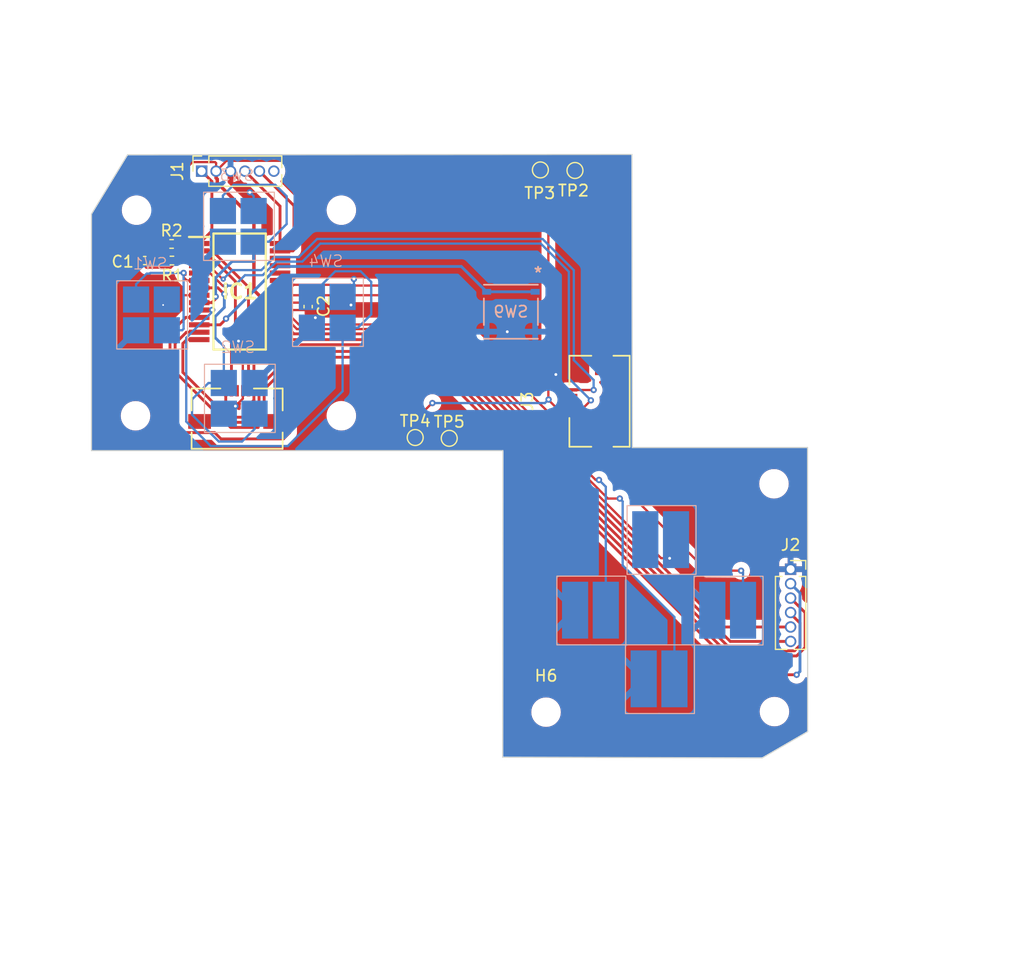
<source format=kicad_pcb>
(kicad_pcb (version 20221018) (generator pcbnew)
  (layers (0 "F.Cu" signal) (31 "B.Cu" power) (34 "B.Paste" user) (35 "F.Paste" user) (36 "B.SilkS" user "B.Silkscreen") (37 "F.SilkS" user "F.Silkscreen") (38 "B.Mask" user) (39 "F.Mask" user) (44 "Edge.Cuts" user))
  (net 0 "")
  (net 1 "GND")
  (net 2 "+3V3")
  (net 3 "/MCLR")
  (net 4 "/PGD")
  (net 5 "/PGC")
  (net 7 "/Z")
  (net 8 "/RT")
  (net 9 "/R")
  (net 10 "/LT")
  (net 11 "/L")
  (net 12 "/SY")
  (net 14 "/SX")
  (net 17 "/CY")
  (net 19 "/CX")
  (net 22 "/DL")
  (net 23 "/A")
  (net 24 "/B")
  (net 25 "/X")
  (net 26 "/Y")
  (net 27 "/S")
  (net 28 "/DU")
  (net 29 "/DD")
  (net 30 "/DR")
  (net 31 "Net-(C1-Pad1)")
  (net 32 "/D")
  (footprint "MountingHole:MountingHole_2.2mm_M2" (layer "F.Cu") (at 179.2 121.35)
    (fp_text reference "H8" hide)
    (fp_text value "MountingHole")
    (pad "" np_thru_hole circle (at 0 0) (size 2.2 2.2) (drill 2.2) (layers "*.Cu" "*.Mask"))
  )
  (footprint "Connector_PinSocket_1.27mm:PinSocket_1x06_P1.27mm_Vertical" (layer "F.Cu") (at 180.62 108.83)
    (fp_text reference "J2" (at 0 -2.135) (layer "F.SilkS"))
    (fp_text value "Conn_01x06")
    (fp_line (start -1.33 0.635) (end -1.33 7.045) (stroke (width 0.12)) (layer "F.SilkS"))
    (fp_line (start -1.33 0.635) (end -0.76 0.635) (stroke (width 0.12)) (layer "F.SilkS"))
    (fp_line (start -1.33 7.045) (end -0.30753 7.045) (stroke (width 0.12)) (layer "F.SilkS"))
    (fp_line (start 0 -0.76) (end 1.33 -0.76) (stroke (width 0.12)) (layer "F.SilkS"))
    (fp_line (start 0.30753 7.045) (end 1.33 7.045) (stroke (width 0.12)) (layer "F.SilkS"))
    (fp_line (start 0.76 0.635) (end 1.33 0.635) (stroke (width 0.12)) (layer "F.SilkS"))
    (fp_line (start 1.33 -0.76) (end 1.33 0) (stroke (width 0.12)) (layer "F.SilkS"))
    (fp_line (start 1.33 0.635) (end 1.33 7.045) (stroke (width 0.12)) (layer "F.SilkS"))
    (pad "1" thru_hole rect (at 0 0) (size 1 1) (drill 0.7) (layers "*.Cu" "*.Mask") (net 1 "GND"))
    (pad "2" thru_hole oval (at 0 1.27) (size 1 1) (drill 0.7) (layers "*.Cu" "*.Mask") (net 7 "/Z"))
    (pad "3" thru_hole oval (at 0 2.54) (size 1 1) (drill 0.7) (layers "*.Cu" "*.Mask") (net 8 "/RT"))
    (pad "4" thru_hole oval (at 0 3.81) (size 1 1) (drill 0.7) (layers "*.Cu" "*.Mask") (net 9 "/R"))
    (pad "5" thru_hole oval (at 0 5.08) (size 1 1) (drill 0.7) (layers "*.Cu" "*.Mask") (net 10 "/LT"))
    (pad "6" thru_hole oval (at 0 6.35) (size 1 1) (drill 0.7) (layers "*.Cu" "*.Mask") (net 11 "/L"))
  )
  (footprint "footprints:CON_5051100592_MOL" (layer "F.Cu") (at 163.83 94.06 90)
    (fp_text reference "J3" (at 0 -6.35 90 unlocked) (layer "F.SilkS"))
    (fp_text value "Left Stick")
    (fp_line (start -3.999992 -2.65) (end -3.999992 -0.72004) (stroke (width 0.1524)) (layer "F.SilkS"))
    (fp_line (start -3.999992 1.220039) (end -3.999992 2.65) (stroke (width 0.1524)) (layer "F.SilkS"))
    (fp_line (start -3.999992 2.65) (end 3.999992 2.65) (stroke (width 0.1524)) (layer "F.SilkS"))
    (fp_line (start -1.470041 -2.65) (end -3.999992 -2.65) (stroke (width 0.1524)) (layer "F.SilkS"))
    (fp_line (start 3.999992 -2.65) (end 1.470041 -2.65) (stroke (width 0.1524)) (layer "F.SilkS"))
    (fp_line (start 3.999992 -0.72004) (end 3.999992 -2.65) (stroke (width 0.1524)) (layer "F.SilkS"))
    (fp_line (start 3.999992 2.65) (end 3.999992 1.220039) (stroke (width 0.1524)) (layer "F.SilkS"))
    (pad "1" smd rect (at -1.000001 -2.45 90) (size 0.3 1) (layers "F.Cu" "F.Paste" "F.Mask") (net 2 "+3V3"))
    (pad "2" smd rect (at -0.499999 -2.45 90) (size 0.3 1) (layers "F.Cu" "F.Paste" "F.Mask") (net 12 "/SY"))
    (pad "3" smd rect (at 0 -2.45 90) (size 0.3 1) (layers "F.Cu" "F.Paste" "F.Mask"))
    (pad "4" smd rect (at 0.499999 -2.45 90) (size 0.3 1) (layers "F.Cu" "F.Paste" "F.Mask") (net 1 "GND"))
    (pad "5" smd rect (at 1.000001 -2.45 90) (size 0.3 1) (layers "F.Cu" "F.Paste" "F.Mask") (net 14 "/SX"))
    (pad "P1" smd rect (at -3.299998 0.249999 90) (size 2 1.3) (layers "F.Cu" "F.Paste" "F.Mask"))
    (pad "P2" smd rect (at 3.299998 0.249999 90) (size 2 1.3) (layers "F.Cu" "F.Paste" "F.Mask"))
  )
  (footprint "MountingHole:MountingHole_2.2mm_M2" (layer "F.Cu") (at 123.14 77.26)
    (fp_text reference "H5" hide)
    (fp_text value "MountingHole")
    (pad "" np_thru_hole circle (at 0 0) (size 2.2 2.2) (drill 2.2) (layers "*.Cu" "*.Mask"))
  )
  (footprint "TestPoint:TestPoint_Pad_D1.0mm" (layer "F.Cu") (at 147.63 97.25)
    (fp_text reference "TP4" (at 0 -1.448) (layer "F.SilkS"))
    (fp_text value "3v3")
    (fp_circle (center 0 0) (end 0 0.7) (stroke (width 0.12)) (fill none) (layer "F.SilkS"))
    (pad "1" smd circle (at 0 0) (size 1 1) (layers "F.Cu" "F.Mask") (net 2 "+3V3"))
  )
  (footprint "MountingHole:MountingHole_2.2mm_M2" (layer "F.Cu") (at 141.14 95.34)
    (fp_text reference "H1" hide)
    (fp_text value "MountingHole")
    (pad "" np_thru_hole circle (at 0 0) (size 2.2 2.2) (drill 2.2) (layers "*.Cu" "*.Mask"))
  )
  (footprint "Capacitor_SMD:C_0402_1005Metric" (layer "F.Cu") (at 123.86 81.69)
    (fp_text reference "C1" (at -1.94 0.098) (layer "F.SilkS"))
    (fp_text value "0.1uF")
    (fp_line (start -0.107836 -0.36) (end 0.107836 -0.36) (stroke (width 0.12)) (layer "F.SilkS"))
    (fp_line (start -0.107836 0.36) (end 0.107836 0.36) (stroke (width 0.12)) (layer "F.SilkS"))
    (pad "1" smd roundrect (at -0.48 0) (size 0.56 0.62) (layers "F.Cu" "F.Paste" "F.Mask") (net 31 "Net-(C1-Pad1)"))
    (pad "2" smd roundrect (at 0.48 0) (size 0.56 0.62) (layers "F.Cu" "F.Paste" "F.Mask") (net 1 "GND"))
  )
  (footprint "GCPlus:SOP65P780X200-28N" (layer "F.Cu") (at 132.2 84.415)
    (fp_text reference "IC1" (at 0 0) (layer "F.SilkS") (effects (font (size 1.27 1.27) (thickness 0.254))))
    (fp_text value "PIC18F25K42-I_SS" hide)
    (fp_line (start -4.45 -4.8) (end -2.65 -4.8) (stroke (width 0.2)) (layer "F.SilkS"))
    (fp_line (start -2.3 -5.1) (end 2.3 -5.1) (stroke (width 0.2)) (layer "F.SilkS"))
    (fp_line (start -2.3 5.1) (end -2.3 -5.1) (stroke (width 0.2)) (layer "F.SilkS"))
    (fp_line (start 2.3 -5.1) (end 2.3 5.1) (stroke (width 0.2)) (layer "F.SilkS"))
    (fp_line (start 2.3 5.1) (end -2.3 5.1) (stroke (width 0.2)) (layer "F.SilkS"))
    (pad "1" smd rect (at -3.55 -4.225 90) (size 0.45 1.8) (layers "F.Cu" "F.Paste" "F.Mask") (net 3 "/MCLR"))
    (pad "2" smd rect (at -3.55 -3.575 90) (size 0.45 1.8) (layers "F.Cu" "F.Paste" "F.Mask") (net 19 "/CX"))
    (pad "3" smd rect (at -3.55 -2.925 90) (size 0.45 1.8) (layers "F.Cu" "F.Paste" "F.Mask") (net 17 "/CY"))
    (pad "4" smd rect (at -3.55 -2.275 90) (size 0.45 1.8) (layers "F.Cu" "F.Paste" "F.Mask") (net 14 "/SX"))
    (pad "5" smd rect (at -3.55 -1.625 90) (size 0.45 1.8) (layers "F.Cu" "F.Paste" "F.Mask") (net 12 "/SY"))
    (pad "6" smd rect (at -3.55 -0.975 90) (size 0.45 1.8) (layers "F.Cu" "F.Paste" "F.Mask") (net 23 "/A"))
    (pad "7" smd rect (at -3.55 -0.325 90) (size 0.45 1.8) (layers "F.Cu" "F.Paste" "F.Mask") (net 24 "/B"))
    (pad "8" smd rect (at -3.55 0.325 90) (size 0.45 1.8) (layers "F.Cu" "F.Paste" "F.Mask") (net 1 "GND"))
    (pad "9" smd rect (at -3.55 0.975 90) (size 0.45 1.8) (layers "F.Cu" "F.Paste" "F.Mask") (net 25 "/X"))
    (pad "10" smd rect (at -3.55 1.625 90) (size 0.45 1.8) (layers "F.Cu" "F.Paste" "F.Mask") (net 26 "/Y"))
    (pad "11" smd rect (at -3.55 2.275 90) (size 0.45 1.8) (layers "F.Cu" "F.Paste" "F.Mask") (net 7 "/Z"))
    (pad "12" smd rect (at -3.55 2.925 90) (size 0.45 1.8) (layers "F.Cu" "F.Paste" "F.Mask") (net 27 "/S"))
    (pad "13" smd rect (at -3.55 3.575 90) (size 0.45 1.8) (layers "F.Cu" "F.Paste" "F.Mask") (net 8 "/RT"))
    (pad "14" smd rect (at -3.55 4.225 90) (size 0.45 1.8) (layers "F.Cu" "F.Paste" "F.Mask") (net 9 "/R"))
    (pad "15" smd rect (at 3.55 4.225 90) (size 0.45 1.8) (layers "F.Cu" "F.Paste" "F.Mask") (net 11 "/L"))
    (pad "16" smd rect (at 3.55 3.575 90) (size 0.45 1.8) (layers "F.Cu" "F.Paste" "F.Mask") (net 10 "/LT"))
    (pad "17" smd rect (at 3.55 2.925 90) (size 0.45 1.8) (layers "F.Cu" "F.Paste" "F.Mask") (net 28 "/DU"))
    (pad "18" smd rect (at 3.55 2.275 90) (size 0.45 1.8) (layers "F.Cu" "F.Paste" "F.Mask") (net 29 "/DD"))
    (pad "19" smd rect (at 3.55 1.625 90) (size 0.45 1.8) (layers "F.Cu" "F.Paste" "F.Mask") (net 1 "GND"))
    (pad "20" smd rect (at 3.55 0.975 90) (size 0.45 1.8) (layers "F.Cu" "F.Paste" "F.Mask") (net 2 "+3V3"))
    (pad "21" smd rect (at 3.55 0.325 90) (size 0.45 1.8) (layers "F.Cu" "F.Paste" "F.Mask") (net 30 "/DR"))
    (pad "22" smd rect (at 3.55 -0.325 90) (size 0.45 1.8) (layers "F.Cu" "F.Paste" "F.Mask") (net 22 "/DL"))
    (pad "23" smd rect (at 3.55 -0.975 90) (size 0.45 1.8) (layers "F.Cu" "F.Paste" "F.Mask") (net 32 "/D"))
    (pad "24" smd rect (at 3.55 -1.625 90) (size 0.45 1.8) (layers "F.Cu" "F.Paste" "F.Mask"))
    (pad "25" smd rect (at 3.55 -2.275 90) (size 0.45 1.8) (layers "F.Cu" "F.Paste" "F.Mask"))
    (pad "26" smd rect (at 3.55 -2.925 90) (size 0.45 1.8) (layers "F.Cu" "F.Paste" "F.Mask"))
    (pad "27" smd rect (at 3.55 -3.575 90) (size 0.45 1.8) (layers "F.Cu" "F.Paste" "F.Mask") (net 5 "/PGC"))
    (pad "28" smd rect (at 3.55 -4.225 90) (size 0.45 1.8) (layers "F.Cu" "F.Paste" "F.Mask") (net 4 "/PGD"))
  )
  (footprint "MountingHole:MountingHole_2.2mm_M2" (layer "F.Cu") (at 179.16 101.32)
    (fp_text reference "H7" hide)
    (fp_text value "MountingHole")
    (pad "" np_thru_hole circle (at 0 0) (size 2.2 2.2) (drill 2.2) (layers "*.Cu" "*.Mask"))
  )
  (footprint "MountingHole:MountingHole_2.2mm_M2" (layer "F.Cu") (at 159.13 121.4)
    (fp_text reference "H6" (at 0 -3.2) (layer "F.SilkS"))
    (fp_text value "MountingHole")
    (pad "" np_thru_hole circle (at 0 0) (size 2.2 2.2) (drill 2.2) (layers "*.Cu" "*.Mask"))
  )
  (footprint "Resistor_SMD:R_0402_1005Metric" (layer "F.Cu") (at 126.25 81.69)
    (fp_text reference "R1" (at 0.04 1.32) (layer "F.SilkS"))
    (fp_text value "10k")
    (fp_line (start -0.153641 -0.38) (end 0.153641 -0.38) (stroke (width 0.12)) (layer "F.SilkS"))
    (fp_line (start -0.153641 0.38) (end 0.153641 0.38) (stroke (width 0.12)) (layer "F.SilkS"))
    (pad "1" smd roundrect (at -0.51 0) (size 0.54 0.64) (layers "F.Cu" "F.Paste" "F.Mask") (net 2 "+3V3"))
    (pad "2" smd roundrect (at 0.51 0) (size 0.54 0.64) (layers "F.Cu" "F.Paste" "F.Mask") (net 31 "Net-(C1-Pad1)"))
  )
  (footprint "TestPoint:TestPoint_Pad_D1.0mm" (layer "F.Cu") (at 161.67 73.77)
    (fp_text reference "TP2" (at -0.13 1.77) (layer "F.SilkS"))
    (fp_text value "3v3")
    (fp_circle (center 0 0) (end 0 0.7) (stroke (width 0.12)) (fill none) (layer "F.SilkS"))
    (pad "1" smd circle (at 0 0) (size 1 1) (layers "F.Cu" "F.Mask") (net 2 "+3V3"))
  )
  (footprint "MountingHole:MountingHole_2.2mm_M2" (layer "F.Cu") (at 141.14 77.26)
    (fp_text reference "H3" hide)
    (fp_text value "MountingHole")
    (pad "" np_thru_hole circle (at 0 0) (size 2.2 2.2) (drill 2.2) (layers "*.Cu" "*.Mask"))
  )
  (footprint "Capacitor_SMD:C_0402_1005Metric" (layer "F.Cu") (at 138.22 85.74 90)
    (fp_text reference "C2" (at 0.04 1.36 90) (layer "F.SilkS"))
    (fp_text value "0.1uf")
    (fp_line (start -0.107836 -0.36) (end 0.107836 -0.36) (stroke (width 0.12)) (layer "F.SilkS"))
    (fp_line (start -0.107836 0.36) (end 0.107836 0.36) (stroke (width 0.12)) (layer "F.SilkS"))
    (pad "1" smd roundrect (at -0.48 0 90) (size 0.56 0.62) (layers "F.Cu" "F.Paste" "F.Mask") (net 1 "GND"))
    (pad "2" smd roundrect (at 0.48 0 90) (size 0.56 0.62) (layers "F.Cu" "F.Paste" "F.Mask") (net 2 "+3V3"))
  )
  (footprint "Connector_PinSocket_1.27mm:PinSocket_1x06_P1.27mm_Vertical" (layer "F.Cu") (at 128.86 73.83 90)
    (fp_text reference "J1" (at 0 -2.135 90) (layer "F.SilkS"))
    (fp_text value "Conn_01x06")
    (fp_line (start -1.33 0.635) (end -1.33 7.045) (stroke (width 0.12)) (layer "F.SilkS"))
    (fp_line (start -1.33 0.635) (end -0.76 0.635) (stroke (width 0.12)) (layer "F.SilkS"))
    (fp_line (start -1.33 7.045) (end -0.30753 7.045) (stroke (width 0.12)) (layer "F.SilkS"))
    (fp_line (start 0 -0.76) (end 1.33 -0.76) (stroke (width 0.12)) (layer "F.SilkS"))
    (fp_line (start 0.30753 7.045) (end 1.33 7.045) (stroke (width 0.12)) (layer "F.SilkS"))
    (fp_line (start 0.76 0.635) (end 1.33 0.635) (stroke (width 0.12)) (layer "F.SilkS"))
    (fp_line (start 1.33 -0.76) (end 1.33 0) (stroke (width 0.12)) (layer "F.SilkS"))
    (fp_line (start 1.33 0.635) (end 1.33 7.045) (stroke (width 0.12)) (layer "F.SilkS"))
    (pad "1" thru_hole rect (at 0 0 90) (size 1 1) (drill 0.7) (layers "*.Cu" "*.Mask") (net 3 "/MCLR"))
    (pad "2" thru_hole oval (at 0 1.27 90) (size 1 1) (drill 0.7) (layers "*.Cu" "*.Mask") (net 2 "+3V3"))
    (pad "3" thru_hole oval (at 0 2.54 90) (size 1 1) (drill 0.7) (layers "*.Cu" "*.Mask") (net 1 "GND"))
    (pad "4" thru_hole oval (at 0 3.81 90) (size 1 1) (drill 0.7) (layers "*.Cu" "*.Mask") (net 4 "/PGD"))
    (pad "5" thru_hole oval (at 0 5.08 90) (size 1 1) (drill 0.7) (layers "*.Cu" "*.Mask") (net 5 "/PGC"))
    (pad "6" thru_hole oval (at 0 6.35 90) (size 1 1) (drill 0.7) (layers "*.Cu" "*.Mask"))
  )
  (footprint "MountingHole:MountingHole_2.2mm_M2" (layer "F.Cu") (at 123.05 95.34)
    (fp_text reference "H2" hide)
    (fp_text value "MountingHole")
    (pad "" np_thru_hole circle (at 0 0) (size 2.2 2.2) (drill 2.2) (layers "*.Cu" "*.Mask"))
  )
  (footprint "TestPoint:TestPoint_Pad_D1.0mm" (layer "F.Cu") (at 150.62 97.32)
    (fp_text reference "TP5" (at 0 -1.448) (layer "F.SilkS"))
    (fp_text value "Gnd")
    (fp_circle (center 0 0) (end 0 0.7) (stroke (width 0.12)) (fill none) (layer "F.SilkS"))
    (pad "1" smd circle (at 0 0) (size 1 1) (layers "F.Cu" "F.Mask") (net 1 "GND"))
  )
  (footprint "TestPoint:TestPoint_Pad_D1.0mm" (layer "F.Cu") (at 158.63 73.72)
    (fp_text reference "TP3" (at -0.05 2.04) (layer "F.SilkS"))
    (fp_text value "Gnd")
    (fp_circle (center 0 0) (end 0 0.7) (stroke (width 0.12)) (fill none) (layer "F.SilkS"))
    (pad "1" smd circle (at 0 0) (size 1 1) (layers "F.Cu" "F.Mask") (net 1 "GND"))
  )
  (footprint "footprints:CON_5051100592_MOL" (layer "F.Cu") (at 131.98 95.59)
    (fp_text reference "J4" hide)
    (fp_text value "Right Stick")
    (fp_line (start -3.999992 -2.65) (end -3.999992 -0.72004) (stroke (width 0.1524)) (layer "F.SilkS"))
    (fp_line (start -3.999992 1.220039) (end -3.999992 2.65) (stroke (width 0.1524)) (layer "F.SilkS"))
    (fp_line (start -3.999992 2.65) (end 3.999992 2.65) (stroke (width 0.1524)) (layer "F.SilkS"))
    (fp_line (start -1.470041 -2.65) (end -3.999992 -2.65) (stroke (width 0.1524)) (layer "F.SilkS"))
    (fp_line (start 3.999992 -2.65) (end 1.470041 -2.65) (stroke (width 0.1524)) (layer "F.SilkS"))
    (fp_line (start 3.999992 -0.72004) (end 3.999992 -2.65) (stroke (width 0.1524)) (layer "F.SilkS"))
    (fp_line (start 3.999992 2.65) (end 3.999992 1.220039) (stroke (width 0.1524)) (layer "F.SilkS"))
    (pad "1" smd rect (at -1.000001 -2.45) (size 0.3 1) (layers "F.Cu" "F.Paste" "F.Mask") (net 2 "+3V3"))
    (pad "2" smd rect (at -0.499999 -2.45) (size 0.3 1) (layers "F.Cu" "F.Paste" "F.Mask") (net 17 "/CY"))
    (pad "3" smd rect (at 0 -2.45) (size 0.3 1) (layers "F.Cu" "F.Paste" "F.Mask"))
    (pad "4" smd rect (at 0.499999 -2.45) (size 0.3 1) (layers "F.Cu" "F.Paste" "F.Mask") (net 1 "GND"))
    (pad "5" smd rect (at 1.000001 -2.45) (size 0.3 1) (layers "F.Cu" "F.Paste" "F.Mask") (net 19 "/CX"))
    (pad "P1" smd rect (at -3.299998 0.249999) (size 2 1.3) (layers "F.Cu" "F.Paste" "F.Mask"))
    (pad "P2" smd rect (at 3.299998 0.249999) (size 2 1.3) (layers "F.Cu" "F.Paste" "F.Mask"))
  )
  (footprint "Resistor_SMD:R_0402_1005Metric" (layer "F.Cu") (at 126.22 80.23)
    (fp_text reference "R2" (at 0 -1.17) (layer "F.SilkS"))
    (fp_text value "1000Ohm")
    (fp_line (start -0.153641 -0.38) (end 0.153641 -0.38) (stroke (width 0.12)) (layer "F.SilkS"))
    (fp_line (start -0.153641 0.38) (end 0.153641 0.38) (stroke (width 0.12)) (layer "F.SilkS"))
    (pad "1" smd roundrect (at -0.51 0) (size 0.54 0.64) (layers "F.Cu" "F.Paste" "F.Mask") (net 31 "Net-(C1-Pad1)"))
    (pad "2" smd roundrect (at 0.51 0) (size 0.54 0.64) (layers "F.Cu" "F.Paste" "F.Mask") (net 3 "/MCLR"))
  )
  (footprint "footprints:ABXY" (layer "B.Cu") (at 133.51 92.456 180)
    (fp_text reference "SW2" (at 1.47 3.15 unlocked) (layer "B.SilkS") (effects (font (thickness 0.1)) (justify mirror)))
    (fp_text value "RKA2SGG055SMTR LFS" hide)
    (fp_rect (start -1.82 1.65) (end 4.4 -4.35) (stroke (width 0.1)) (fill none) (layer "B.SilkS"))
    (pad "1" smd rect (at 2.7 0 180) (size 2.3 2.3) (layers "B.Cu" "B.Paste" "B.Mask") (net 24 "/B"))
    (pad "2" smd rect (at 0 -2.7 180) (size 2.3 2.3) (layers "B.Cu" "B.Paste" "B.Mask") (net 24 "/B"))
    (pad "3" smd rect (at 0 0 180) (size 2.3 2.3) (layers "B.Cu" "B.Paste" "B.Mask") (net 1 "GND"))
    (pad "4" smd rect (at 2.7 -2.7 180) (size 2.3 2.3) (layers "B.Cu" "B.Paste" "B.Mask") (net 1 "GND"))
  )
  (footprint "GCPlus:DPAD" (layer "B.Cu") (at 164.38 112.43 180)
    (fp_text reference "SW6" hide)
    (fp_text value "RKA2SGG055SMTR LFS" hide)
    (fp_rect (start -1.76 2.99) (end 4.3 -3.05) (stroke (width 0.1)) (fill none) (layer "B.SilkS"))
    (pad "1" smd rect (at 0 0 180) (size 2.3 5) (layers "B.Cu" "B.Paste" "B.Mask") (net 30 "/DR"))
    (pad "3" smd rect (at 2.7 0 180) (size 2.3 5) (layers "B.Cu" "B.Paste" "B.Mask") (net 1 "GND"))
  )
  (footprint "footprints:ABXY" (layer "B.Cu") (at 125.8 85.12 180)
    (fp_text reference "SW1" (at 1.47 3.15 unlocked) (layer "B.SilkS") (effects (font (thickness 0.1)) (justify mirror)))
    (fp_text value "RKA2SGG055SMTR LFS" hide)
    (fp_rect (start -1.82 1.65) (end 4.4 -4.35) (stroke (width 0.1)) (fill none) (layer "B.SilkS"))
    (pad "1" smd rect (at 2.7 0 180) (size 2.3 2.3) (layers "B.Cu" "B.Paste" "B.Mask") (net 23 "/A"))
    (pad "2" smd rect (at 0 -2.7 180) (size 2.3 2.3) (layers "B.Cu" "B.Paste" "B.Mask") (net 23 "/A"))
    (pad "3" smd rect (at 0 0 180) (size 2.3 2.3) (layers "B.Cu" "B.Paste" "B.Mask") (net 1 "GND"))
    (pad "4" smd rect (at 2.7 -2.7 180) (size 2.3 2.3) (layers "B.Cu" "B.Paste" "B.Mask") (net 1 "GND"))
  )
  (footprint "GCPlus:DPAD" (layer "B.Cu") (at 176.44 112.44 180)
    (fp_text reference "SW5" hide)
    (fp_text value "RKA2SGG055SMTR LFS" hide)
    (fp_rect (start -1.76 2.99) (end 4.3 -3.05) (stroke (width 0.1)) (fill none) (layer "B.SilkS"))
    (pad "1" smd rect (at 0 0 180) (size 2.3 5) (layers "B.Cu" "B.Paste" "B.Mask") (net 22 "/DL"))
    (pad "3" smd rect (at 2.7 0 180) (size 2.3 5) (layers "B.Cu" "B.Paste" "B.Mask") (net 1 "GND"))
  )
  (footprint "footprints:ABXY" (layer "B.Cu") (at 141.25 84.89 180)
    (fp_text reference "SW4" (at 1.47 3.15 unlocked) (layer "B.SilkS") (effects (font (thickness 0.1)) (justify mirror)))
    (fp_text value "RKA2SGG055SMTR LFS" hide)
    (fp_rect (start -1.82 1.65) (end 4.4 -4.35) (stroke (width 0.1)) (fill none) (layer "B.SilkS"))
    (pad "1" smd rect (at 2.7 0 180) (size 2.3 2.3) (layers "B.Cu" "B.Paste" "B.Mask") (net 26 "/Y"))
    (pad "2" smd rect (at 0 -2.7 180) (size 2.3 2.3) (layers "B.Cu" "B.Paste" "B.Mask") (net 26 "/Y"))
    (pad "3" smd rect (at 0 0 180) (size 2.3 2.3) (layers "B.Cu" "B.Paste" "B.Mask") (net 1 "GND"))
    (pad "4" smd rect (at 2.7 -2.7 180) (size 2.3 2.3) (layers "B.Cu" "B.Paste" "B.Mask") (net 1 "GND"))
  )
  (footprint "footprints:ABXY" (layer "B.Cu") (at 133.43 77.33 180)
    (fp_text reference "SW3" (at 1.47 3.15 unlocked) (layer "B.SilkS") (effects (font (thickness 0.1)) (justify mirror)))
    (fp_text value "RKA2SGG055SMTR LFS" hide)
    (fp_rect (start -1.82 1.65) (end 4.4 -4.35) (stroke (width 0.1)) (fill none) (layer "B.SilkS"))
    (pad "1" smd rect (at 2.7 0 180) (size 2.3 2.3) (layers "B.Cu" "B.Paste" "B.Mask") (net 25 "/X"))
    (pad "2" smd rect (at 0 -2.7 180) (size 2.3 2.3) (layers "B.Cu" "B.Paste" "B.Mask") (net 25 "/X"))
    (pad "3" smd rect (at 0 0 180) (size 2.3 2.3) (layers "B.Cu" "B.Paste" "B.Mask") (net 1 "GND"))
    (pad "4" smd rect (at 2.7 -2.7 180) (size 2.3 2.3) (layers "B.Cu" "B.Paste" "B.Mask") (net 1 "GND"))
  )
  (footprint "GCPlus:RKA2SG_CNK-L" (layer "B.Cu") (at 156.04 86.19 180)
    (fp_text reference "SW9" (at 0 0 unlocked) (layer "B.SilkS") (effects (justify mirror)))
    (fp_text value "RKA2SGG055SMTR LFS")
    (fp_text user "*" (at -2.3876 3.4036 unlocked) (layer "B.SilkS") (effects (justify mirror)))
    (fp_text user "*" (at -2.3876 3.4036 unlocked) (layer "B.SilkS") (effects (justify mirror)))
    (fp_line (start -2.3749 -2.3749) (end 2.3749 -2.3749) (stroke (width 0.1524)) (layer "B.SilkS"))
    (fp_line (start -2.3749 1.16586) (end -2.3749 -1.16586) (stroke (width 0.1524)) (layer "B.SilkS"))
    (fp_line (start 2.3749 -1.16586) (end 2.3749 1.16586) (stroke (width 0.1524)) (layer "B.SilkS"))
    (fp_line (start 2.3749 2.3749) (end -2.3749 2.3749) (stroke (width 0.1524)) (layer "B.SilkS"))
    (pad "1" smd rect (at -2.1336 1.7526 180) (size 0.7874 0.508) (layers "B.Cu" "B.Paste" "B.Mask") (net 27 "/S"))
    (pad "2" smd rect (at 2.1336 1.7526 180) (size 0.7874 0.508) (layers "B.Cu" "B.Paste" "B.Mask") (net 27 "/S"))
    (pad "3" smd rect (at -2.1336 -1.7526 180) (size 0.7874 0.508) (layers "B.Cu" "B.Paste" "B.Mask") (net 1 "GND"))
    (pad "4" smd rect (at 2.1336 -1.7526 180) (size 0.7874 0.508) (layers "B.Cu" "B.Paste" "B.Mask") (net 1 "GND"))
  )
  (footprint "GCPlus:DPAD" (layer "B.Cu") (at 170.55 106.23 180)
    (fp_text reference "SW8" hide)
    (fp_text value "RKA2SGG055SMTR LFS" hide)
    (fp_rect (start -1.76 2.99) (end 4.3 -3.05) (stroke (width 0.1)) (fill none) (layer "B.SilkS"))
    (pad "1" smd rect (at 0 0 180) (size 2.3 5) (layers "B.Cu" "B.Paste" "B.Mask") (net 28 "/DU"))
    (pad "3" smd rect (at 2.7 0 180) (size 2.3 5) (layers "B.Cu" "B.Paste" "B.Mask") (net 1 "GND"))
  )
  (footprint "GCPlus:DPAD" (layer "B.Cu") (at 170.41 118.47 180)
    (fp_text reference "SW7" hide)
    (fp_text value "RKA2SGG055SMTR LFS" hide)
    (fp_rect (start -1.76 2.99) (end 4.3 -3.05) (stroke (width 0.1)) (fill none) (layer "B.SilkS"))
    (pad "1" smd rect (at 0 0 180) (size 2.3 5) (layers "B.Cu" "B.Paste" "B.Mask") (net 29 "/DD"))
    (pad "3" smd rect (at 2.7 0 180) (size 2.3 5) (layers "B.Cu" "B.Paste" "B.Mask") (net 1 "GND"))
  )
  (gr_line (start 119.18 98.4) (end 119.18 77.6) (stroke (width 0.1)) (layer "Edge.Cuts"))
  (gr_line (start 182.12 123.11) (end 178.13 125.42) (stroke (width 0.1)) (layer "Edge.Cuts"))
  (gr_line (start 119.18 77.6) (end 122.35 72.39) (stroke (width 0.1)) (layer "Edge.Cuts"))
  (gr_line (start 178.13 125.42) (end 155.32 125.36) (stroke (width 0.1)) (layer "Edge.Cuts"))
  (gr_line (start 166.71 98.13) (end 182.11 98.13) (stroke (width 0.1)) (layer "Edge.Cuts"))
  (gr_line (start 155.32 125.36) (end 155.34 98.4) (stroke (width 0.1)) (layer "Edge.Cuts"))
  (gr_line (start 155.34 98.4) (end 119.18 98.4) (stroke (width 0.1)) (layer "Edge.Cuts"))
  (gr_line (start 122.35 72.39) (end 166.68 72.36) (stroke (width 0.1)) (layer "Edge.Cuts"))
  (gr_line (start 182.11 98.13) (end 182.12 123.11) (stroke (width 0.1)) (layer "Edge.Cuts"))
  (gr_line (start 166.68 72.36) (end 166.71 98.13) (stroke (width 0.1)) (layer "Edge.Cuts"))
  (segment (start 126.334 84.74) (end 125.476 85.598) (width 0.2) (layer "F.Cu") (net 1))
  (segment (start 133.096 75.692) (end 133.096 75.526) (width 0.2) (layer "F.Cu") (net 1))
  (segment (start 138.854766 86.715) (end 138.804766 86.765) (width 0.2) (layer "F.Cu") (net 1))
  (segment (start 158.63 73.72) (end 158.63 85) (width 0.2) (layer "F.Cu") (net 1))
  (segment (start 160 93.099999) (end 160 91.72) (width 0.2) (layer "F.Cu") (net 1))
  (segment (start 160 91.72) (end 159.99 91.71) (width 0.2) (layer "F.Cu") (net 1))
  (segment (start 138.22 86.22) (end 138.04 86.04) (width 0.2) (layer "F.Cu") (net 1))
  (segment (start 128.65 84.74) (end 126.334 84.74) (width 0.2) (layer "F.Cu") (net 1))
  (segment (start 155.72 87.95) (end 155.68 87.95) (width 0.2) (layer "F.Cu") (net 1))
  (segment (start 132.479999 90.429999) (end 132.1 90.05) (width 0.2) (layer "F.Cu") (net 1))
  (segment (start 159.99 91.71) (end 160 91.7) (width 0.2) (layer "F.Cu") (net 1))
  (segment (start 158.63 85) (end 155.72 87.91) (width 0.2) (layer "F.Cu") (net 1))
  (segment (start 155.68 87.95) (end 155.69 87.94) (width 0.2) (layer "F.Cu") (net 1))
  (segment (start 160.460002 93.560001) (end 160 93.099999) (width 0.2) (layer "F.Cu") (net 1))
  (segment (start 138.22 86.22) (end 138.765 86.765) (width 0.2) (layer "F.Cu") (net 1))
  (segment (start 126.286 84.788) (end 126.334 84.74) (width 0.2) (layer "F.Cu") (net 1))
  (segment (start 138.22 86.22) (end 141.364 86.22) (width 0.2) (layer "F.Cu") (net 1))
  (segment (start 132.479999 93.14) (end 132.479999 90.429999) (width 0.2) (layer "F.Cu") (net 1))
  (segment (start 155.72 87.91) (end 155.72 87.95) (width 0.2) (layer "F.Cu") (net 1))
  (segment (start 160 91.7) (end 160 91.69) (width 0.2) (layer "F.Cu") (net 1))
  (segment (start 138.854766 86.715) (end 138.815 86.715) (width 0.2) (layer "F.Cu") (net 1))
  (segment (start 141.364 86.22) (end 141.986 85.598) (width 0.2) (layer "F.Cu") (net 1))
  (segment (start 138.04 86.04) (end 135.75 86.04) (width 0.2) (layer "F.Cu") (net 1))
  (segment (start 132.479999 93.834001) (end 131.826 94.488) (width 0.2) (layer "F.Cu") (net 1))
  (segment (start 138.804766 86.765) (end 138.765 86.765) (width 0.2) (layer "F.Cu") (net 1))
  (segment (start 161.21 93.560001) (end 160.460002 93.560001) (width 0.2) (layer "F.Cu") (net 1))
  (segment (start 132.1 90.05) (end 132.1 88.77) (width 0.2) (layer "F.Cu") (net 1))
  (segment (start 132.479999 93.14) (end 132.479999 93.834001) (width 0.2) (layer "F.Cu") (net 1))
  (segment (start 133.096 75.526) (end 131.4 73.83) (width 0.2) (layer "F.Cu") (net 1))
  (segment (start 138.815 86.715) (end 138.765 86.765) (width 0.2) (layer "F.Cu") (net 1))
  (via (at 141.986 85.598) (size 0.55) (drill 0.25) (layers "F.Cu" "B.Cu") (net 1))
  (via (at 125.476 85.598) (size 0.3) (drill 0.15) (layers "F.Cu" "B.Cu") (net 1))
  (via (at 132.1 88.77) (size 0.55) (drill 0.25) (layers "F.Cu" "B.Cu") (net 1))
  (via (at 142.24 83.312) (size 0.55) (drill 0.25) (layers "F.Cu" "B.Cu") (net 1))
  (via (at 133.096 75.692) (size 0.55) (drill 0.25) (layers "F.Cu" "B.Cu") (net 1))
  (via (at 159.99 91.71) (size 0.55) (drill 0.25) (layers "F.Cu" "B.Cu") (net 1))
  (via (at 155.72 87.95) (size 0.55) (drill 0.25) (layers "F.Cu" "B.Cu") (net 1))
  (via (at 131.826 94.488) (size 0.55) (drill 0.25) (layers "F.Cu" "B.Cu") (net 1))
  (via (at 138.854766 86.715) (size 0.55) (drill 0.25) (layers "F.Cu" "B.Cu") (net 1))
  (segment (start 141.25 84.89) (end 141.25 84.69) (width 0.2) (layer "B.Cu") (net 1))
  (segment (start 125.8 85.12) (end 125.8 84.53) (width 0.2) (layer "B.Cu") (net 1))
  (segment (start 133.43 77.33) (end 133.43 76.026) (width 0.2) (layer "B.Cu") (net 1))
  (segment (start 133.66 92.08) (end 133.66 92.6) (width 0.25) (layer "B.Cu") (net 1))
  (segment (start 125.8 84.87) (end 125.8 85.12) (width 0.25) (layer "B.Cu") (net 1))
  (segment (start 134.09 87.56) (end 134.08 87.56) (width 0.2) (layer "B.Cu") (net 1))
  (segment (start 133.43 76.026) (end 133.096 75.692) (width 0.2) (layer "B.Cu") (net 1))
  (segment (start 159.99 91.71) (end 158.1736 89.8936) (width 0.2) (layer "B.Cu") (net 1))
  (segment (start 141.25 84.89) (end 142.24 83.9) (width 0.2) (layer "B.Cu") (net 1))
  (segment (start 134.08 87.56) (end 134.09 87.57) (width 0.2) (layer "B.Cu") (net 1))
  (segment (start 134.09 87.57) (end 134.09 87.56) (width 0.2) (layer "B.Cu") (net 1))
  (segment (start 142.24 83.9) (end 142.24 83.312) (width 0.2) (layer "B.Cu") (net 1))
  (segment (start 158.1736 89.8936) (end 158.1736 87.9426) (width 0.2) (layer "B.Cu") (net 1))
  (segment (start 129.945 80.815) (end 130.73 80.03) (width 0.25) (layer "B.Cu") (net 1))
  (segment (start 138.35 87.59) (end 138.55 87.59) (width 0.2) (layer "B.Cu") (net 1))
  (segment (start 160.460002 95.060001) (end 159.33 93.929999) (width 0.2) (layer "F.Cu") (net 2))
  (segment (start 134.55 85.39) (end 133.455001 84.295001) (width 0.3) (layer "F.Cu") (net 2))
  (segment (start 133.455001 93.965) (end 133.455001 86.559999) (width 0.25) (layer "F.Cu") (net 2))
  (segment (start 161.67 73.77) (end 160.82 72.92) (width 0.2) (layer "F.Cu") (net 2))
  (segment (start 138.22 85.26) (end 138.09 85.39) (width 0.2) (layer "F.Cu") (net 2))
  (segment (start 130.979999 93.14) (end 130.979999 94.655207) (width 0.25) (layer "F.Cu") (net 2))
  (segment (start 147.63 97.25) (end 147.63 95.7) (width 0.2) (layer "F.Cu") (net 2))
  (segment (start 135.75 85.39) (end 134.55 85.39) (width 0.3) (layer "F.Cu") (net 2))
  (segment (start 159.33 76.11) (end 161.67 73.77) (width 0.2) (layer "F.Cu") (net 2))
  (segment (start 131.789791 95.464999) (end 132.927793 95.464999) (width 0.25) (layer "F.Cu") (net 2))
  (segment (start 160.82 72.92) (end 131.04 72.92) (width 0.2) (layer "F.Cu") (net 2))
  (segment (start 149.11 94.22) (end 149.14 94.22) (width 0.2) (layer "F.Cu") (net 2))
  (segment (start 134.625 85.39) (end 135.75 85.39) (width 0.25) (layer "F.Cu") (net 2))
  (segment (start 133.455001 78.083001) (end 130.236636 74.864636) (width 0.3) (layer "F.Cu") (net 2))
  (segment (start 130.979999 94.655207) (end 131.789791 95.464999) (width 0.25) (layer "F.Cu") (net 2))
  (segment (start 130.236636 74.534885) (end 130.13 74.428249) (width 0.3) (layer "F.Cu") (net 2))
  (segment (start 131.04 72.92) (end 130.13 73.83) (width 0.2) (layer "F.Cu") (net 2))
  (segment (start 133.455001 84.295001) (end 133.455001 78.083001) (width 0.3) (layer "F.Cu") (net 2))
  (segment (start 125.14 75.95) (end 128.06 73.03) (width 0.2) (layer "F.Cu") (net 2))
  (segment (start 128.06 73.03) (end 130.037106 73.03) (width 0.2) (layer "F.Cu") (net 2))
  (segment (start 159.33 93.929999) (end 159.33 76.11) (width 0.2) (layer "F.Cu") (net 2))
  (segment (start 125.14 81.09) (end 125.14 75.95) (width 0.2) (layer "F.Cu") (net 2))
  (segment (start 130.037106 73.03) (end 130.13 73.122894) (width 0.2) (layer "F.Cu") (net 2))
  (segment (start 130.236636 74.864636) (end 130.236636 74.534885) (width 0.3) (layer "F.Cu") (net 2))
  (segment (start 125.74 81.69) (end 125.14 81.09) (width 0.2) (layer "F.Cu") (net 2))
  (segment (start 133.455001 86.559999) (end 134.625 85.39) (width 0.25) (layer "F.Cu") (net 2))
  (segment (start 132.927793 95.464999) (end 132.927793 94.492208) (width 0.25) (layer "F.Cu") (net 2))
  (segment (start 147.63 95.7) (end 149.11 94.22) (width 0.2) (layer "F.Cu") (net 2))
  (segment (start 130.13 73.122894) (end 130.13 73.83) (width 0.2) (layer "F.Cu") (net 2))
  (segment (start 130.13 74.428249) (end 130.13 73.83) (width 0.3) (layer "F.Cu") (net 2))
  (segment (start 149.14 94.22) (end 149.14 94.19) (width 0.2) (layer "F.Cu") (net 2))
  (segment (start 149.14 94.19) (end 149.12 94.21) (width 0.2) (layer "F.Cu") (net 2))
  (segment (start 138.09 85.39) (end 135.75 85.39) (width 0.2) (layer "F.Cu") (net 2))
  (segment (start 132.927793 94.492208) (end 133.455001 93.965) (width 0.25) (layer "F.Cu") (net 2))
  (segment (start 161.21 95.060001) (end 160.460002 95.060001) (width 0.2) (layer "F.Cu") (net 2))
  (via (at 149.14 94.22) (size 0.55) (drill 0.25) (layers "F.Cu" "B.Cu") (net 2))
  (via (at 159.35 93.91) (size 0.55) (drill 0.25) (layers "F.Cu" "B.Cu") (net 2))
  (segment (start 159.35 93.91) (end 159.35 93.9) (width 0.2) (layer "B.Cu") (net 2))
  (segment (start 159.34 93.91) (end 159.35 93.91) (width 0.2) (layer "B.Cu") (net 2))
  (segment (start 159.03 94.22) (end 159.34 93.91) (width 0.2) (layer "B.Cu") (net 2))
  (segment (start 159.35 93.9) (end 159.34 93.91) (width 0.2) (layer "B.Cu") (net 2))
  (segment (start 149.14 94.22) (end 159.03 94.22) (width 0.2) (layer "B.Cu") (net 2))
  (segment (start 129.761636 79.078364) (end 129.761636 74.731636) (width 0.25) (layer "F.Cu") (net 3))
  (segment (start 128.65 80.19) (end 126.77 80.19) (width 0.2) (layer "F.Cu") (net 3))
  (segment (start 126.77 80.19) (end 126.73 80.23) (width 0.2) (layer "F.Cu") (net 3))
  (segment (start 128.65 80.19) (end 129.761636 79.078364) (width 0.25) (layer "F.Cu") (net 3))
  (segment (start 129.761636 74.731636) (end 128.86 73.83) (width 0.25) (layer "F.Cu") (net 3))
  (segment (start 135.75 76.91) (end 132.67 73.83) (width 0.25) (layer "F.Cu") (net 4))
  (segment (start 135.75 80.19) (end 135.75 76.91) (width 0.25) (layer "F.Cu") (net 4))
  (segment (start 136.975 76.865) (end 133.94 73.83) (width 0.25) (layer "F.Cu") (net 5))
  (segment (start 136.975 80.74) (end 136.975 76.865) (width 0.25) (layer "F.Cu") (net 5))
  (segment (start 135.75 80.84) (end 136.875 80.84) (width 0.25) (layer "F.Cu") (net 5))
  (segment (start 136.875 80.84) (end 136.975 80.74) (width 0.25) (layer "F.Cu") (net 5))
  (segment (start 127.471852 86.69) (end 128.65 86.69) (width 0.25) (layer "F.Cu") (net 7))
  (segment (start 178.816 118.11) (end 177.746 117.04) (width 0.25) (layer "F.Cu") (net 7))
  (segment (start 130.561471 97.374) (end 130.00247 96.814999) (width 0.25) (layer "F.Cu") (net 7))
  (segment (start 126.08 95.539997) (end 126.08 88.081852) (width 0.25) (layer "F.Cu") (net 7))
  (segment (start 181.15 118.11) (end 178.816 118.11) (width 0.25) (layer "F.Cu") (net 7))
  (segment (start 139.326396 90.19) (end 136.604998 92.911398) (width 0.25) (layer "F.Cu") (net 7))
  (segment (start 175.27 117.04) (end 148.42 90.19) (width 0.25) (layer "F.Cu") (net 7))
  (segment (start 130.00247 96.814999) (end 127.355002 96.814999) (width 0.25) (layer "F.Cu") (net 7))
  (segment (start 177.746 117.04) (end 175.27 117.04) (width 0.25) (layer "F.Cu") (net 7))
  (segment (start 136.045997 97.374) (end 130.561471 97.374) (width 0.25) (layer "F.Cu") (net 7))
  (segment (start 136.604998 92.911398) (end 136.604998 96.814999) (width 0.25) (layer "F.Cu") (net 7))
  (segment (start 148.42 90.19) (end 139.326396 90.19) (width 0.25) (layer "F.Cu") (net 7))
  (segment (start 127.355002 96.814999) (end 126.08 95.539997) (width 0.25) (layer "F.Cu") (net 7))
  (segment (start 126.08 88.081852) (end 127.471852 86.69) (width 0.25) (layer "F.Cu") (net 7))
  (segment (start 136.604998 96.814999) (end 136.045997 97.374) (width 0.25) (layer "F.Cu") (net 7))
  (via (at 181.15 118.11) (size 0.55) (drill 0.25) (layers "F.Cu" "B.Cu") (net 7))
  (segment (start 181.445 117.815) (end 181.445 110.925) (width 0.25) (layer "B.Cu") (net 7))
  (segment (start 181.15 118.11) (end 181.445 117.815) (width 0.25) (layer "B.Cu") (net 7))
  (segment (start 181.445 110.925) (end 180.62 110.1) (width 0.25) (layer "B.Cu") (net 7))
  (segment (start 134.355001 94.337792) (end 133.827793 94.865) (width 0.25) (layer "F.Cu") (net 8))
  (segment (start 126.53 91.478) (end 126.53 88.985) (width 0.25) (layer "F.Cu") (net 8))
  (segment (start 127.525 87.99) (end 128.65 87.99) (width 0.25) (layer "F.Cu") (net 8))
  (segment (start 131.416999 96.364999) (end 126.53 91.478) (width 0.25) (layer "F.Cu") (net 8))
  (segment (start 133.827793 94.865) (end 133.827793 96.364999) (width 0.25) (layer "F.Cu") (net 8))
  (segment (start 180.62 111.37) (end 181.895 112.645) (width 0.25) (layer "F.Cu") (net 8))
  (segment (start 133.827793 96.364999) (end 131.416999 96.364999) (width 0.25) (layer "F.Cu") (net 8))
  (segment (start 137.696396 89.68) (end 134.355001 93.021395) (width 0.25) (layer "F.Cu") (net 8))
  (segment (start 134.355001 93.021395) (end 134.355001 94.337792) (width 0.25) (layer "F.Cu") (net 8))
  (segment (start 181.148123 116.455) (end 175.321396 116.455) (width 0.25) (layer "F.Cu") (net 8))
  (segment (start 126.53 88.985) (end 127.525 87.99) (width 0.25) (layer "F.Cu") (net 8))
  (segment (start 181.895 112.645) (end 181.895 115.708123) (width 0.25) (layer "F.Cu") (net 8))
  (segment (start 148.546396 89.68) (end 137.696396 89.68) (width 0.25) (layer "F.Cu") (net 8))
  (segment (start 175.321396 116.455) (end 148.546396 89.68) (width 0.25) (layer "F.Cu") (net 8))
  (segment (start 181.895 115.708123) (end 181.148123 116.455) (width 0.25) (layer "F.Cu") (net 8))
  (segment (start 133.905001 94.151396) (end 133.377793 94.678604) (width 0.25) (layer "F.Cu") (net 9))
  (segment (start 127.21 88.98) (end 127.55 88.64) (width 0.25) (layer "F.Cu") (net 9))
  (segment (start 175.507792 116.005) (end 148.592792 89.09) (width 0.25) (layer "F.Cu") (net 9))
  (segment (start 133.377793 94.678604) (end 133.377793 95.914999) (width 0.25) (layer "F.Cu") (net 9))
  (segment (start 180.62 112.64) (end 180.516727 112.64) (width 0.25) (layer "F.Cu") (net 9))
  (segment (start 148.592792 89.09) (end 137.65 89.09) (width 0.25) (layer "F.Cu") (net 9))
  (segment (start 181.445 113.568273) (end 181.445 115.521727) (width 0.25) (layer "F.Cu") (net 9))
  (segment (start 133.377793 95.914999) (end 131.603395 95.914999) (width 0.25) (layer "F.Cu") (net 9))
  (segment (start 133.905001 92.834999) (end 133.905001 94.151396) (width 0.25) (layer "F.Cu") (net 9))
  (segment (start 131.603395 95.914999) (end 127.21 91.521604) (width 0.25) (layer "F.Cu") (net 9))
  (segment (start 127.55 88.64) (end 128.65 88.64) (width 0.25) (layer "F.Cu") (net 9))
  (segment (start 127.21 91.521604) (end 127.21 88.98) (width 0.25) (layer "F.Cu") (net 9))
  (segment (start 181.445 115.521727) (end 180.961727 116.005) (width 0.25) (layer "F.Cu") (net 9))
  (segment (start 180.516727 112.64) (end 181.445 113.568273) (width 0.25) (layer "F.Cu") (net 9))
  (segment (start 180.961727 116.005) (end 175.507792 116.005) (width 0.25) (layer "F.Cu") (net 9))
  (segment (start 137.65 89.09) (end 133.905001 92.834999) (width 0.25) (layer "F.Cu") (net 9))
  (segment (start 136.975 88.138) (end 136.827 87.99) (width 0.25) (layer "F.Cu") (net 10))
  (segment (start 136.827 87.99) (end 135.75 87.99) (width 0.25) (layer "F.Cu") (net 10))
  (segment (start 148.913584 88.138) (end 136.975 88.138) (width 0.25) (layer "F.Cu") (net 10))
  (segment (start 180.62 113.91) (end 174.685584 113.91) (width 0.25) (layer "F.Cu") (net 10))
  (segment (start 174.685584 113.91) (end 148.913584 88.138) (width 0.25) (layer "F.Cu") (net 10))
  (segment (start 175.319188 115.18) (end 180.62 115.18) (width 0.25) (layer "F.Cu") (net 11))
  (segment (start 135.75 88.64) (end 148.779188 88.64) (width 0.25) (layer "F.Cu") (net 11))
  (segment (start 148.779188 88.64) (end 175.319188 115.18) (width 0.25) (layer "F.Cu") (net 11))
  (segment (start 162.488001 94.559999) (end 161.21 94.559999) (width 0.2) (layer "F.Cu") (net 12))
  (segment (start 130.98 83.9) (end 130.96 83.92) (width 0.2) (layer "F.Cu") (net 12))
  (segment (start 130.723603 83.92) (end 130.92 83.92) (width 0.2) (layer "F.Cu") (net 12))
  (segment (start 130.92 83.92) (end 130.98 83.9) (width 0.2) (layer "F.Cu") (net 12))
  (segment (start 130.96 83.92) (end 130.94 83.92) (width 0.2) (layer "F.Cu") (net 12))
  (segment (start 163.068 93.98) (end 162.488001 94.559999) (width 0.2) (layer "F.Cu") (net 12))
  (segment (start 128.65 82.79) (end 129.593603 82.79) (width 0.2) (layer "F.Cu") (net 12))
  (segment (start 129.593603 82.79) (end 130.723603 83.92) (width 0.2) (layer "F.Cu") (net 12))
  (via (at 130.98 83.9) (size 0.45) (drill 0.15) (layers "F.Cu" "B.Cu") (net 12))
  (via (at 163.068 93.98) (size 0.55) (drill 0.25) (layers "F.Cu" "B.Cu") (net 12))
  (segment (start 134.22396 82.98) (end 132.666 82.98) (width 0.2) (layer "B.Cu") (net 12))
  (segment (start 132.666 82.98) (end 131.746 83.9) (width 0.2) (layer "B.Cu") (net 12))
  (segment (start 137.705 81.785) (end 135.41896 81.785) (width 0.2) (layer "B.Cu") (net 12))
  (segment (start 163.068 93.98) (end 161.132157 92.044157) (width 0.2) (layer "B.Cu") (net 12))
  (segment (start 131.746 83.9) (end 130.98 83.9) (width 0.2) (layer "B.Cu") (net 12))
  (segment (start 161.132157 92.044157) (end 161.132157 82.667843) (width 0.2) (layer "B.Cu") (net 12))
  (segment (start 161.132157 82.667843) (end 158.664314 80.2) (width 0.2) (layer "B.Cu") (net 12))
  (segment (start 158.664314 80.2) (end 139.29 80.2) (width 0.2) (layer "B.Cu") (net 12))
  (segment (start 135.41896 81.785) (end 134.22396 82.98) (width 0.2) (layer "B.Cu") (net 12))
  (segment (start 139.29 80.2) (end 137.705 81.785) (width 0.2) (layer "B.Cu") (net 12))
  (segment (start 130.689289 83.32) (end 130.76 83.32) (width 0.2) (layer "F.Cu") (net 14))
  (segment (start 161.220001 93.07) (end 161.21 93.059999) (width 0.2) (layer "F.Cu") (net 14))
  (segment (start 129.725 82.14) (end 129.85 82.265) (width 0.2) (layer "F.Cu") (net 14))
  (segment (start 129.85 82.480711) (end 130.689289 83.32) (width 0.2) (layer "F.Cu") (net 14))
  (segment (start 129.85 82.265) (end 129.85 82.480711) (width 0.2) (layer "F.Cu") (net 14))
  (segment (start 163.31 93.07) (end 161.220001 93.07) (width 0.2) (layer "F.Cu") (net 14))
  (segment (start 128.65 82.14) (end 129.725 82.14) (width 0.2) (layer "F.Cu") (net 14))
  (via (at 130.76 83.32) (size 0.45) (drill 0.15) (layers "F.Cu" "B.Cu") (net 14))
  (via (at 163.31 93.07) (size 0.55) (drill 0.25) (layers "F.Cu" "B.Cu") (net 14))
  (segment (start 131.55 82.53) (end 130.76 83.32) (width 0.2) (layer "B.Cu") (net 14))
  (segment (start 139.01 79.79) (end 137.415 81.385) (width 0.2) (layer "B.Cu") (net 14))
  (segment (start 134.108275 82.53) (end 131.55 82.53) (width 0.2) (layer "B.Cu") (net 14))
  (segment (start 163.31 92.19) (end 161.57 90.45) (width 0.2) (layer "B.Cu") (net 14))
  (segment (start 158.82 79.79) (end 139.01 79.79) (width 0.2) (layer "B.Cu") (net 14))
  (segment (start 161.57 90.45) (end 161.57 82.54) (width 0.2) (layer "B.Cu") (net 14))
  (segment (start 135.253275 81.385) (end 134.108275 82.53) (width 0.2) (layer "B.Cu") (net 14))
  (segment (start 137.415 81.385) (end 135.253275 81.385) (width 0.2) (layer "B.Cu") (net 14))
  (segment (start 161.57 82.54) (end 158.82 79.79) (width 0.2) (layer "B.Cu") (net 14))
  (segment (start 163.31 93.07) (end 163.31 92.19) (width 0.2) (layer "B.Cu") (net 14))
  (segment (start 131.826 83.516) (end 131.826 88.195471) (width 0.25) (layer "F.Cu") (net 17))
  (segment (start 128.65 81.49) (end 129.8 81.49) (width 0.25) (layer "F.Cu") (net 17))
  (segment (start 129.8 81.49) (end 131.826 83.516) (width 0.25) (layer "F.Cu") (net 17))
  (segment (start 131.480001 88.54147) (end 131.480001 93.14) (width 0.25) (layer "F.Cu") (net 17))
  (segment (start 131.826 88.195471) (end 131.480001 88.54147) (width 0.25) (layer "F.Cu") (net 17))
  (segment (start 128.65 80.84) (end 129.8 80.84) (width 0.25) (layer "F.Cu") (net 19))
  (segment (start 129.8 80.84) (end 132.980001 84.020001) (width 0.25) (layer "F.Cu") (net 19))
  (segment (start 132.980001 84.020001) (end 132.980001 93.14) (width 0.25) (layer "F.Cu") (net 19))
  (segment (start 135.75 84.09) (end 136.68 84.09) (width 0.2) (layer "F.Cu") (net 22))
  (segment (start 173.240001 108.94) (end 176.27 108.96) (width 0.2) (layer "F.Cu") (net 22))
  (segment (start 136.95 83.82) (end 141.934827 83.82) (width 0.2) (layer "F.Cu") (net 22))
  (segment (start 142.001827 83.887) (end 148.187001 83.887) (width 0.2) (layer "F.Cu") (net 22))
  (segment (start 148.187001 83.887) (end 173.240001 108.94) (width 0.2) (layer "F.Cu") (net 22))
  (segment (start 136.68 84.09) (end 136.95 83.82) (width 0.2) (layer "F.Cu") (net 22))
  (segment (start 141.934827 83.82) (end 142.001827 83.887) (width 0.2) (layer "F.Cu") (net 22))
  (via (at 176.27 108.96) (size 0.55) (drill 0.25) (layers "F.Cu" "B.Cu") (net 22))
  (segment (start 176.27 108.96) (end 176.44 109.13) (width 0.2) (layer "B.Cu") (net 22))
  (segment (start 176.44 109.13) (end 176.44 112.44) (width 0.2) (layer "B.Cu") (net 22))
  (segment (start 127.274998 83.164998) (end 127.55 83.44) (width 0.2) (layer "F.Cu") (net 23))
  (segment (start 127.274998 82.775) (end 127.274998 83.164998) (width 0.2) (layer "F.Cu") (net 23))
  (segment (start 127.55 83.44) (end 128.65 83.44) (width 0.2) (layer "F.Cu") (net 23))
  (segment (start 127.274998 82.775) (end 127.425 82.925002) (width 0.25) (layer "F.Cu") (net 23))
  (via (at 127.274998 82.775) (size 0.55) (drill 0.25) (layers "F.Cu" "B.Cu") (net 23))
  (segment (start 123.1 85.12) (end 123.1 83.77) (width 0.2) (layer "B.Cu") (net 23))
  (segment (start 125.8 87.82) (end 127.15 87.82) (width 0.2) (layer "B.Cu") (net 23))
  (segment (start 127.274998 87.695002) (end 127.274998 82.775) (width 0.2) (layer "B.Cu") (net 23))
  (segment (start 127.15 87.82) (end 127.274998 87.695002) (width 0.2) (layer "B.Cu") (net 23))
  (segment (start 124.361827 82.775) (end 127.274998 82.775) (width 0.2) (layer "B.Cu") (net 23))
  (segment (start 124.296827 82.84) (end 124.361827 82.775) (width 0.2) (layer "B.Cu") (net 23))
  (segment (start 123.1 83.77) (end 124.03 82.84) (width 0.2) (layer "B.Cu") (net 23))
  (segment (start 124.03 82.84) (end 124.296827 82.84) (width 0.2) (layer "B.Cu") (net 23))
  (segment (start 130.843945 84.641382) (end 130.292563 84.09) (width 0.25) (layer "F.Cu") (net 24))
  (segment (start 130.292563 84.09) (end 128.65 84.09) (width 0.25) (layer "F.Cu") (net 24))
  (segment (start 130.855 84.641382) (end 130.843945 84.641382) (width 0.25) (layer "F.Cu") (net 24))
  (via (at 130.855 84.641382) (size 0.55) (drill 0.25) (layers "F.Cu" "B.Cu") (net 24))
  (segment (start 132.416 97.6) (end 130.366 97.6) (width 0.2) (layer "B.Cu") (net 24))
  (segment (start 130.366 97.6) (end 128.016 95.25) (width 0.2) (layer "B.Cu") (net 24))
  (segment (start 129.46 92.456) (end 130.81 92.456) (width 0.2) (layer "B.Cu") (net 24))
  (segment (start 130.048 88.468) (end 130.42 88.84) (width 0.25) (layer "B.Cu") (net 24))
  (segment (start 130.81 89.23) (end 130.42 88.84) (width 0.2) (layer "B.Cu") (net 24))
  (segment (start 130.81 92.456) (end 130.81 89.23) (width 0.2) (layer "B.Cu") (net 24))
  (segment (start 128.016 95.25) (end 128.016 93.9) (width 0.2) (layer "B.Cu") (net 24))
  (segment (start 128.016 93.9) (end 129.46 92.456) (width 0.2) (layer "B.Cu") (net 24))
  (segment (start 130.855 85.806752) (end 130.048 86.613752) (width 0.25) (layer "B.Cu") (net 24))
  (segment (start 130.048 86.613752) (end 130.048 88.468) (width 0.25) (layer "B.Cu") (net 24))
  (segment (start 133.51 95.156) (end 133.51 96.506) (width 0.2) (layer "B.Cu") (net 24))
  (segment (start 130.855 84.641382) (end 130.855 85.806752) (width 0.25) (layer "B.Cu") (net 24))
  (segment (start 133.51 96.506) (end 132.416 97.6) (width 0.2) (layer "B.Cu") (net 24))
  (segment (start 130.092704 85.048767) (end 129.78 85.361471) (width 0.25) (layer "F.Cu") (net 25))
  (segment (start 129.78 85.361471) (end 129.78 85.39) (width 0.25) (layer "F.Cu") (net 25))
  (segment (start 129.78 85.39) (end 128.65 85.39) (width 0.25) (layer "F.Cu") (net 25))
  (segment (start 130.092704 84.855773) (end 130.092704 85.048767) (width 0.25) (layer "F.Cu") (net 25))
  (via (at 130.092704 84.855773) (size 0.55) (drill 0.25) (layers "F.Cu" "B.Cu") (net 25))
  (segment (start 130.73 75.98) (end 131.68 75.03) (width 0.2) (layer "B.Cu") (net 25))
  (segment (start 135.33 75.03) (end 136.33 76.03) (width 0.2) (layer "B.Cu") (net 25))
  (segment (start 131.537163 81.765019) (end 133.43 81.765019) (width 0.25) (layer "B.Cu") (net 25))
  (segment (start 130.092704 84.855773) (end 130.092704 83.209478) (width 0.25) (layer "B.Cu") (net 25))
  (segment (start 134.78 80.03) (end 133.43 80.03) (width 0.2) (layer "B.Cu") (net 25))
  (segment (start 130.092704 83.209478) (end 131.537163 81.765019) (width 0.25) (layer "B.Cu") (net 25))
  (segment (start 136.33 78.48) (end 134.78 80.03) (width 0.2) (layer "B.Cu") (net 25))
  (segment (start 130.73 77.33) (end 130.73 75.98) (width 0.2) (layer "B.Cu") (net 25))
  (segment (start 131.68 75.03) (end 135.33 75.03) (width 0.2) (layer "B.Cu") (net 25))
  (segment (start 133.43 81.765019) (end 133.43 80.03) (width 0.25) (layer "B.Cu") (net 25))
  (segment (start 136.33 76.03) (end 136.33 78.48) (width 0.2) (layer "B.Cu") (net 25))
  (segment (start 129.773222 86.04) (end 128.65 86.04) (width 0.25) (layer "F.Cu") (net 26))
  (segment (start 129.783611 86.029611) (end 129.773222 86.04) (width 0.25) (layer "F.Cu") (net 26))
  (via (at 129.783611 86.029611) (size 0.55) (drill 0.25) (layers "F.Cu" "B.Cu") (net 26))
  (segment (start 141.25 87.59) (end 142.6 87.59) (width 0.2) (layer "B.Cu") (net 26))
  (segment (start 127.508 95.848) (end 129.66 98) (width 0.2) (layer "B.Cu") (net 26))
  (segment (start 142.6 87.59) (end 143.764 86.426) (width 0.2) (layer "B.Cu") (net 26))
  (segment (start 129.66 98) (end 136.43 98) (width 0.2) (layer "B.Cu") (net 26))
  (segment (start 141.25 93.18) (end 141.25 87.59) (width 0.2) (layer "B.Cu") (net 26))
  (segment (start 136.43 98) (end 141.25 93.18) (width 0.2) (layer "B.Cu") (net 26))
  (segment (start 143.764 86.426) (end 143.764 83.566) (width 0.2) (layer "B.Cu") (net 26))
  (segment (start 142.833 82.635) (end 140.605 82.635) (width 0.2) (layer "B.Cu") (net 26))
  (segment (start 129.783611 86.029611) (end 129.783611 86.206389) (width 0.2) (layer "B.Cu") (net 26))
  (segment (start 127.508 88.482) (end 127.508 95.848) (width 0.2) (layer "B.Cu") (net 26))
  (segment (start 129.783611 86.206389) (end 127.508 88.482) (width 0.2) (layer "B.Cu") (net 26))
  (segment (start 138.55 84.69) (end 138.55 84.89) (width 0.2) (layer "B.Cu") (net 26))
  (segment (start 140.605 82.635) (end 138.55 84.69) (width 0.2) (layer "B.Cu") (net 26))
  (segment (start 143.764 83.566) (end 142.833 82.635) (width 0.2) (layer "B.Cu") (net 26))
  (segment (start 130.49 87.34) (end 128.65 87.34) (width 0.25) (layer "F.Cu") (net 27))
  (segment (start 131.005001 86.8) (end 131.005001 86.824999) (width 0.25) (layer "F.Cu") (net 27))
  (segment (start 131.005001 86.824999) (end 130.49 87.34) (width 0.25) (layer "F.Cu") (net 27))
  (via (at 131.005001 86.8) (size 0.55) (drill 0.25) (layers "F.Cu" "B.Cu") (net 27))
  (segment (start 131.005001 86.8) (end 135.595001 82.21) (width 0.25) (layer "B.Cu") (net 27))
  (segment (start 153.9064 84.4374) (end 158.1736 84.4374) (width 0.25) (layer "B.Cu") (net 27))
  (segment (start 135.595001 82.21) (end 151.679 82.21) (width 0.25) (layer "B.Cu") (net 27))
  (segment (start 151.679 82.21) (end 153.9064 84.4374) (width 0.25) (layer "B.Cu") (net 27))
  (segment (start 137.229315 87.713) (end 149.093 87.713) (width 0.2) (layer "F.Cu") (net 28))
  (segment (start 136.856314 87.34) (end 137.229315 87.713) (width 0.2) (layer "F.Cu") (net 28))
  (segment (start 149.093 87.713) (end 169.24 107.86) (width 0.2) (layer "F.Cu") (net 28))
  (segment (start 169.24 107.86) (end 169.99 107.87) (width 0.2) (layer "F.Cu") (net 28))
  (segment (start 135.75 87.34) (end 136.856314 87.34) (width 0.2) (layer "F.Cu") (net 28))
  (via (at 169.99 107.87) (size 0.55) (drill 0.25) (layers "F.Cu" "B.Cu") (net 28))
  (segment (start 136.772 86.69) (end 135.75 86.69) (width 0.2) (layer "F.Cu") (net 29))
  (segment (start 165.608 102.616) (end 164.561686 102.616) (width 0.2) (layer "F.Cu") (net 29))
  (segment (start 164.561686 102.616) (end 149.258686 87.313) (width 0.2) (layer "F.Cu") (net 29))
  (segment (start 137.395 87.313) (end 136.772 86.69) (width 0.2) (layer "F.Cu") (net 29))
  (segment (start 149.258686 87.313) (end 137.395 87.313) (width 0.2) (layer "F.Cu") (net 29))
  (via (at 165.608 102.616) (size 0.55) (drill 0.25) (layers "F.Cu" "B.Cu") (net 29))
  (segment (start 165.862 102.87) (end 165.862 108.492) (width 0.2) (layer "B.Cu") (net 29))
  (segment (start 165.608 102.616) (end 165.862 102.87) (width 0.2) (layer "B.Cu") (net 29))
  (segment (start 165.862 108.492) (end 170.41 113.04) (width 0.2) (layer "B.Cu") (net 29))
  (segment (start 170.41 113.04) (end 170.41 118.47) (width 0.2) (layer "B.Cu") (net 29))
  (segment (start 147.251372 84.74) (end 163.481372 100.97) (width 0.2) (layer "F.Cu") (net 30))
  (segment (start 137.803866 84.74) (end 137.863866 84.68) (width 0.2) (layer "F.Cu") (net 30))
  (segment (start 163.481372 100.97) (end 163.77 100.97) (width 0.2) (layer "F.Cu") (net 30))
  (segment (start 163.77 100.97) (end 163.78 100.98) (width 0.2) (layer "F.Cu") (net 30))
  (segment (start 137.863866 84.68) (end 138.576134 84.68) (width 0.2) (layer "F.Cu") (net 30))
  (segment (start 138.636134 84.74) (end 147.251372 84.74) (width 0.2) (layer "F.Cu") (net 30))
  (segment (start 135.75 84.74) (end 137.803866 84.74) (width 0.2) (layer "F.Cu") (net 30))
  (segment (start 138.576134 84.68) (end 138.636134 84.74) (width 0.2) (layer "F.Cu") (net 30))
  (via (at 163.78 100.98) (size 0.55) (drill 0.25) (layers "F.Cu" "B.Cu") (net 30))
  (segment (start 163.78 100.98) (end 164.38 101.58) (width 0.2) (layer "B.Cu") (net 30))
  (segment (start 164.38 101.58) (end 164.38 112.43) (width 0.2) (layer "B.Cu") (net 30))
  (segment (start 125.71 80.64) (end 126.76 81.69) (width 0.2) (layer "F.Cu") (net 31))
  (segment (start 126.14 82.31) (end 126.76 81.69) (width 0.2) (layer "F.Cu") (net 31))
  (segment (start 124 82.31) (end 126.14 82.31) (width 0.2) (layer "F.Cu") (net 31))
  (segment (start 125.71 80.23) (end 125.71 80.64) (width 0.2) (layer "F.Cu") (net 31))
  (segment (start 123.38 81.69) (end 124 82.31) (width 0.2) (layer "F.Cu") (net 31))
  (zone (net 1) (net_name "GND") (layer "F.Cu") (priority 1) (connect_pads (clearance 0.508)) (min_thickness 0.254) (fill yes (thermal_gap 0.508) (thermal_bridge_width 0.508))
    (polygon (pts (xy 118.59 72.24) (xy 172.75 70.76) (xy 171.53 95.44) (xy 185.4 95.57) (xy 185.24 127.43) (xy 154.47 126.77) (xy 153.99 99.11) (xy 118.17 99.7)))
  )
  (zone (net 1) (net_name "GND") (layer "B.Cu") (connect_pads (clearance 0.508)) (min_thickness 0.254) (fill yes (thermal_gap 0.508) (thermal_bridge_width 0.508))
    (polygon (pts (xy 117.39 75.32) (xy 117.53 71.78) (xy 168.96 72.05) (xy 168.35 97.03) (xy 188.74 97.13) (xy 188.03 128.94) (xy 152.75 128.33) (xy 152.14 99.99) (xy 116.76 100.29)))
  )
)
</source>
